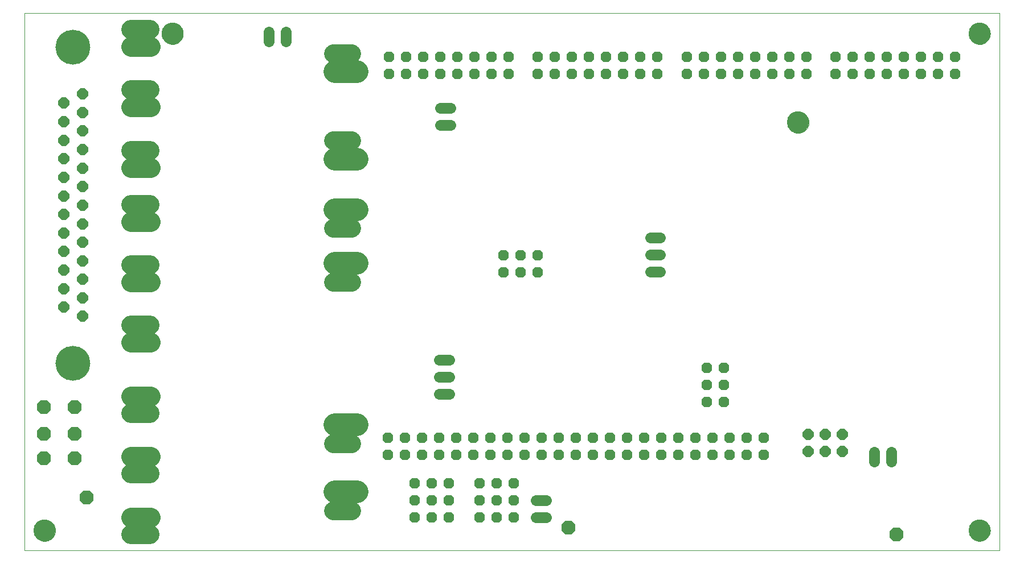
<source format=gbs>
G75*
G70*
%OFA0B0*%
%FSLAX24Y24*%
%IPPOS*%
%LPD*%
%AMOC8*
5,1,8,0,0,1.08239X$1,22.5*
%
%ADD10C,0.0000*%
%ADD11C,0.1290*%
%ADD12OC8,0.0631*%
%ADD13C,0.0631*%
%ADD14C,0.1339*%
%ADD15C,0.1182*%
%ADD16C,0.1103*%
%ADD17C,0.1142*%
%ADD18OC8,0.0640*%
%ADD19C,0.2040*%
%ADD20OC8,0.0650*%
%ADD21OC8,0.0827*%
D10*
X000180Y000300D02*
X000180Y031800D01*
X057261Y031800D01*
X057261Y000300D01*
X000180Y000300D01*
X000735Y001480D02*
X000737Y001530D01*
X000743Y001579D01*
X000753Y001628D01*
X000766Y001675D01*
X000784Y001722D01*
X000805Y001767D01*
X000829Y001810D01*
X000857Y001851D01*
X000888Y001890D01*
X000922Y001926D01*
X000959Y001960D01*
X000999Y001990D01*
X001040Y002017D01*
X001084Y002041D01*
X001129Y002061D01*
X001176Y002077D01*
X001224Y002090D01*
X001273Y002099D01*
X001323Y002104D01*
X001372Y002105D01*
X001422Y002102D01*
X001471Y002095D01*
X001520Y002084D01*
X001567Y002070D01*
X001613Y002051D01*
X001658Y002029D01*
X001701Y002004D01*
X001741Y001975D01*
X001779Y001943D01*
X001815Y001909D01*
X001848Y001871D01*
X001877Y001831D01*
X001903Y001789D01*
X001926Y001745D01*
X001945Y001699D01*
X001961Y001652D01*
X001973Y001603D01*
X001981Y001554D01*
X001985Y001505D01*
X001985Y001455D01*
X001981Y001406D01*
X001973Y001357D01*
X001961Y001308D01*
X001945Y001261D01*
X001926Y001215D01*
X001903Y001171D01*
X001877Y001129D01*
X001848Y001089D01*
X001815Y001051D01*
X001779Y001017D01*
X001741Y000985D01*
X001701Y000956D01*
X001658Y000931D01*
X001613Y000909D01*
X001567Y000890D01*
X001520Y000876D01*
X001471Y000865D01*
X001422Y000858D01*
X001372Y000855D01*
X001323Y000856D01*
X001273Y000861D01*
X001224Y000870D01*
X001176Y000883D01*
X001129Y000899D01*
X001084Y000919D01*
X001040Y000943D01*
X000999Y000970D01*
X000959Y001000D01*
X000922Y001034D01*
X000888Y001070D01*
X000857Y001109D01*
X000829Y001150D01*
X000805Y001193D01*
X000784Y001238D01*
X000766Y001285D01*
X000753Y001332D01*
X000743Y001381D01*
X000737Y001430D01*
X000735Y001480D01*
X044836Y025400D02*
X044838Y025450D01*
X044844Y025499D01*
X044854Y025548D01*
X044867Y025595D01*
X044885Y025642D01*
X044906Y025687D01*
X044930Y025730D01*
X044958Y025771D01*
X044989Y025810D01*
X045023Y025846D01*
X045060Y025880D01*
X045100Y025910D01*
X045141Y025937D01*
X045185Y025961D01*
X045230Y025981D01*
X045277Y025997D01*
X045325Y026010D01*
X045374Y026019D01*
X045424Y026024D01*
X045473Y026025D01*
X045523Y026022D01*
X045572Y026015D01*
X045621Y026004D01*
X045668Y025990D01*
X045714Y025971D01*
X045759Y025949D01*
X045802Y025924D01*
X045842Y025895D01*
X045880Y025863D01*
X045916Y025829D01*
X045949Y025791D01*
X045978Y025751D01*
X046004Y025709D01*
X046027Y025665D01*
X046046Y025619D01*
X046062Y025572D01*
X046074Y025523D01*
X046082Y025474D01*
X046086Y025425D01*
X046086Y025375D01*
X046082Y025326D01*
X046074Y025277D01*
X046062Y025228D01*
X046046Y025181D01*
X046027Y025135D01*
X046004Y025091D01*
X045978Y025049D01*
X045949Y025009D01*
X045916Y024971D01*
X045880Y024937D01*
X045842Y024905D01*
X045802Y024876D01*
X045759Y024851D01*
X045714Y024829D01*
X045668Y024810D01*
X045621Y024796D01*
X045572Y024785D01*
X045523Y024778D01*
X045473Y024775D01*
X045424Y024776D01*
X045374Y024781D01*
X045325Y024790D01*
X045277Y024803D01*
X045230Y024819D01*
X045185Y024839D01*
X045141Y024863D01*
X045100Y024890D01*
X045060Y024920D01*
X045023Y024954D01*
X044989Y024990D01*
X044958Y025029D01*
X044930Y025070D01*
X044906Y025113D01*
X044885Y025158D01*
X044867Y025205D01*
X044854Y025252D01*
X044844Y025301D01*
X044838Y025350D01*
X044836Y025400D01*
X055456Y030610D02*
X055458Y030660D01*
X055464Y030709D01*
X055474Y030758D01*
X055487Y030805D01*
X055505Y030852D01*
X055526Y030897D01*
X055550Y030940D01*
X055578Y030981D01*
X055609Y031020D01*
X055643Y031056D01*
X055680Y031090D01*
X055720Y031120D01*
X055761Y031147D01*
X055805Y031171D01*
X055850Y031191D01*
X055897Y031207D01*
X055945Y031220D01*
X055994Y031229D01*
X056044Y031234D01*
X056093Y031235D01*
X056143Y031232D01*
X056192Y031225D01*
X056241Y031214D01*
X056288Y031200D01*
X056334Y031181D01*
X056379Y031159D01*
X056422Y031134D01*
X056462Y031105D01*
X056500Y031073D01*
X056536Y031039D01*
X056569Y031001D01*
X056598Y030961D01*
X056624Y030919D01*
X056647Y030875D01*
X056666Y030829D01*
X056682Y030782D01*
X056694Y030733D01*
X056702Y030684D01*
X056706Y030635D01*
X056706Y030585D01*
X056702Y030536D01*
X056694Y030487D01*
X056682Y030438D01*
X056666Y030391D01*
X056647Y030345D01*
X056624Y030301D01*
X056598Y030259D01*
X056569Y030219D01*
X056536Y030181D01*
X056500Y030147D01*
X056462Y030115D01*
X056422Y030086D01*
X056379Y030061D01*
X056334Y030039D01*
X056288Y030020D01*
X056241Y030006D01*
X056192Y029995D01*
X056143Y029988D01*
X056093Y029985D01*
X056044Y029986D01*
X055994Y029991D01*
X055945Y030000D01*
X055897Y030013D01*
X055850Y030029D01*
X055805Y030049D01*
X055761Y030073D01*
X055720Y030100D01*
X055680Y030130D01*
X055643Y030164D01*
X055609Y030200D01*
X055578Y030239D01*
X055550Y030280D01*
X055526Y030323D01*
X055505Y030368D01*
X055487Y030415D01*
X055474Y030462D01*
X055464Y030511D01*
X055458Y030560D01*
X055456Y030610D01*
X008216Y030610D02*
X008218Y030660D01*
X008224Y030709D01*
X008234Y030758D01*
X008247Y030805D01*
X008265Y030852D01*
X008286Y030897D01*
X008310Y030940D01*
X008338Y030981D01*
X008369Y031020D01*
X008403Y031056D01*
X008440Y031090D01*
X008480Y031120D01*
X008521Y031147D01*
X008565Y031171D01*
X008610Y031191D01*
X008657Y031207D01*
X008705Y031220D01*
X008754Y031229D01*
X008804Y031234D01*
X008853Y031235D01*
X008903Y031232D01*
X008952Y031225D01*
X009001Y031214D01*
X009048Y031200D01*
X009094Y031181D01*
X009139Y031159D01*
X009182Y031134D01*
X009222Y031105D01*
X009260Y031073D01*
X009296Y031039D01*
X009329Y031001D01*
X009358Y030961D01*
X009384Y030919D01*
X009407Y030875D01*
X009426Y030829D01*
X009442Y030782D01*
X009454Y030733D01*
X009462Y030684D01*
X009466Y030635D01*
X009466Y030585D01*
X009462Y030536D01*
X009454Y030487D01*
X009442Y030438D01*
X009426Y030391D01*
X009407Y030345D01*
X009384Y030301D01*
X009358Y030259D01*
X009329Y030219D01*
X009296Y030181D01*
X009260Y030147D01*
X009222Y030115D01*
X009182Y030086D01*
X009139Y030061D01*
X009094Y030039D01*
X009048Y030020D01*
X009001Y030006D01*
X008952Y029995D01*
X008903Y029988D01*
X008853Y029985D01*
X008804Y029986D01*
X008754Y029991D01*
X008705Y030000D01*
X008657Y030013D01*
X008610Y030029D01*
X008565Y030049D01*
X008521Y030073D01*
X008480Y030100D01*
X008440Y030130D01*
X008403Y030164D01*
X008369Y030200D01*
X008338Y030239D01*
X008310Y030280D01*
X008286Y030323D01*
X008265Y030368D01*
X008247Y030415D01*
X008234Y030462D01*
X008224Y030511D01*
X008218Y030560D01*
X008216Y030610D01*
X055456Y001480D02*
X055458Y001530D01*
X055464Y001579D01*
X055474Y001628D01*
X055487Y001675D01*
X055505Y001722D01*
X055526Y001767D01*
X055550Y001810D01*
X055578Y001851D01*
X055609Y001890D01*
X055643Y001926D01*
X055680Y001960D01*
X055720Y001990D01*
X055761Y002017D01*
X055805Y002041D01*
X055850Y002061D01*
X055897Y002077D01*
X055945Y002090D01*
X055994Y002099D01*
X056044Y002104D01*
X056093Y002105D01*
X056143Y002102D01*
X056192Y002095D01*
X056241Y002084D01*
X056288Y002070D01*
X056334Y002051D01*
X056379Y002029D01*
X056422Y002004D01*
X056462Y001975D01*
X056500Y001943D01*
X056536Y001909D01*
X056569Y001871D01*
X056598Y001831D01*
X056624Y001789D01*
X056647Y001745D01*
X056666Y001699D01*
X056682Y001652D01*
X056694Y001603D01*
X056702Y001554D01*
X056706Y001505D01*
X056706Y001455D01*
X056702Y001406D01*
X056694Y001357D01*
X056682Y001308D01*
X056666Y001261D01*
X056647Y001215D01*
X056624Y001171D01*
X056598Y001129D01*
X056569Y001089D01*
X056536Y001051D01*
X056500Y001017D01*
X056462Y000985D01*
X056422Y000956D01*
X056379Y000931D01*
X056334Y000909D01*
X056288Y000890D01*
X056241Y000876D01*
X056192Y000865D01*
X056143Y000858D01*
X056093Y000855D01*
X056044Y000856D01*
X055994Y000861D01*
X055945Y000870D01*
X055897Y000883D01*
X055850Y000899D01*
X055805Y000919D01*
X055761Y000943D01*
X055720Y000970D01*
X055680Y001000D01*
X055643Y001034D01*
X055609Y001070D01*
X055578Y001109D01*
X055550Y001150D01*
X055526Y001193D01*
X055505Y001238D01*
X055487Y001285D01*
X055474Y001332D01*
X055464Y001381D01*
X055458Y001430D01*
X055456Y001480D01*
D11*
X056081Y001480D03*
X045461Y025400D03*
X056081Y030610D03*
X008841Y030610D03*
X001360Y001480D03*
D12*
X021461Y005900D03*
X022461Y005900D03*
X023461Y005900D03*
X024461Y005900D03*
X025461Y005900D03*
X026461Y005900D03*
X027461Y005900D03*
X028461Y005900D03*
X029461Y005900D03*
X030461Y005900D03*
X031461Y005900D03*
X032461Y005900D03*
X033461Y005900D03*
X034461Y005900D03*
X035461Y005900D03*
X036461Y005900D03*
X037461Y005900D03*
X038461Y005900D03*
X039461Y005900D03*
X040461Y005900D03*
X041461Y005900D03*
X042461Y005900D03*
X043461Y005900D03*
X043461Y006900D03*
X042461Y006900D03*
X041461Y006900D03*
X040461Y006900D03*
X039461Y006900D03*
X038461Y006900D03*
X037461Y006900D03*
X036461Y006900D03*
X035461Y006900D03*
X034461Y006900D03*
X033461Y006900D03*
X032461Y006900D03*
X031461Y006900D03*
X030461Y006900D03*
X029461Y006900D03*
X028461Y006900D03*
X027461Y006900D03*
X026461Y006900D03*
X025461Y006900D03*
X024461Y006900D03*
X023461Y006900D03*
X022461Y006900D03*
X021461Y006900D03*
X023011Y004250D03*
X024011Y004250D03*
X025011Y004250D03*
X025011Y003250D03*
X024011Y003250D03*
X023011Y003250D03*
X023011Y002250D03*
X024011Y002250D03*
X025011Y002250D03*
X026811Y002250D03*
X027811Y002250D03*
X028811Y002250D03*
X028811Y003250D03*
X027811Y003250D03*
X026811Y003250D03*
X026811Y004250D03*
X027811Y004250D03*
X028811Y004250D03*
X040111Y009000D03*
X041111Y009000D03*
X041111Y010000D03*
X040111Y010000D03*
X040111Y011000D03*
X041111Y011000D03*
X030211Y016600D03*
X029211Y016600D03*
X028211Y016600D03*
X028211Y017600D03*
X029211Y017600D03*
X030211Y017600D03*
X030211Y028250D03*
X031211Y028250D03*
X032211Y028250D03*
X033211Y028250D03*
X034211Y028250D03*
X035211Y028250D03*
X036211Y028250D03*
X037211Y028250D03*
X037211Y029250D03*
X036211Y029250D03*
X035211Y029250D03*
X034211Y029250D03*
X033211Y029250D03*
X032211Y029250D03*
X031211Y029250D03*
X030211Y029250D03*
X028511Y029250D03*
X027511Y029250D03*
X026511Y029250D03*
X025511Y029250D03*
X024511Y029250D03*
X023511Y029250D03*
X022511Y029250D03*
X021511Y029250D03*
X021511Y028250D03*
X022511Y028250D03*
X023511Y028250D03*
X024511Y028250D03*
X025511Y028250D03*
X026511Y028250D03*
X027511Y028250D03*
X028511Y028250D03*
X038961Y028250D03*
X039961Y028250D03*
X040961Y028250D03*
X041961Y028250D03*
X042961Y028250D03*
X043961Y028250D03*
X044961Y028250D03*
X045961Y028250D03*
X047661Y028250D03*
X048661Y028250D03*
X049661Y028250D03*
X050661Y028250D03*
X051661Y028250D03*
X052661Y028250D03*
X053661Y028250D03*
X054661Y028250D03*
X054661Y029250D03*
X053661Y029250D03*
X052661Y029250D03*
X051661Y029250D03*
X050661Y029250D03*
X049661Y029250D03*
X048661Y029250D03*
X047661Y029250D03*
X045961Y029250D03*
X044961Y029250D03*
X043961Y029250D03*
X042961Y029250D03*
X041961Y029250D03*
X040961Y029250D03*
X039961Y029250D03*
X038961Y029250D03*
D13*
X025107Y026250D02*
X024516Y026250D01*
X024516Y025250D02*
X025107Y025250D01*
X015480Y030136D02*
X015480Y030727D01*
X014480Y030727D02*
X014480Y030136D01*
X036806Y018660D02*
X037397Y018660D01*
X037397Y017660D02*
X036806Y017660D01*
X036806Y016660D02*
X037397Y016660D01*
X025057Y011480D02*
X024466Y011480D01*
X024466Y010480D02*
X025057Y010480D01*
X025057Y009480D02*
X024466Y009480D01*
X030116Y003250D02*
X030707Y003250D01*
X030707Y002250D02*
X030116Y002250D01*
X049911Y005505D02*
X049911Y006095D01*
X050911Y006095D02*
X050911Y005505D01*
D14*
X019637Y003733D02*
X018338Y003733D01*
X018338Y007670D02*
X019637Y007670D01*
X019637Y017133D02*
X018338Y017133D01*
X018338Y020282D02*
X019637Y020282D01*
X019637Y023249D02*
X018338Y023249D01*
X018338Y028367D02*
X019637Y028367D01*
D15*
X007551Y029843D02*
X006409Y029843D01*
X006409Y026300D02*
X007551Y026300D01*
X007551Y022757D02*
X006409Y022757D01*
X006409Y019593D02*
X007551Y019593D01*
X007551Y016050D02*
X006409Y016050D01*
X006409Y012507D02*
X007551Y012507D01*
X007551Y009343D02*
X006409Y009343D01*
X006409Y005800D02*
X007551Y005800D01*
X007551Y002257D02*
X006409Y002257D01*
D16*
X018260Y002650D02*
X019323Y002650D01*
X019323Y006587D02*
X018260Y006587D01*
X018260Y016050D02*
X019323Y016050D01*
X019323Y019200D02*
X018260Y019200D01*
X018260Y024331D02*
X019323Y024331D01*
X019323Y029450D02*
X018260Y029450D01*
D17*
X007531Y030843D02*
X006429Y030843D01*
X006429Y027300D02*
X007531Y027300D01*
X007531Y023757D02*
X006429Y023757D01*
X006429Y020593D02*
X007531Y020593D01*
X007531Y017050D02*
X006429Y017050D01*
X006429Y013507D02*
X007531Y013507D01*
X007531Y008343D02*
X006429Y008343D01*
X006429Y004800D02*
X007531Y004800D01*
X007531Y001257D02*
X006429Y001257D01*
D18*
X003590Y014030D03*
X002470Y014570D03*
X003590Y015120D03*
X002470Y015660D03*
X003590Y016200D03*
X002470Y016750D03*
X003590Y017290D03*
X002470Y017830D03*
X003590Y018380D03*
X002470Y018920D03*
X003590Y019460D03*
X002470Y020010D03*
X003590Y020550D03*
X002470Y021090D03*
X003590Y021640D03*
X002470Y022180D03*
X003590Y022720D03*
X002470Y023270D03*
X003590Y023810D03*
X002470Y024350D03*
X003590Y024900D03*
X002470Y025440D03*
X003590Y025980D03*
X002470Y026530D03*
X003590Y027070D03*
D19*
X003030Y029810D03*
X003030Y011290D03*
D20*
X046061Y007100D03*
X047061Y007100D03*
X048061Y007100D03*
X048061Y006100D03*
X047061Y006100D03*
X046061Y006100D03*
D21*
X051211Y001250D03*
X032030Y001650D03*
X003830Y003400D03*
X003130Y005700D03*
X001330Y005700D03*
X001330Y007150D03*
X003130Y007150D03*
X003130Y008700D03*
X001330Y008700D03*
M02*

</source>
